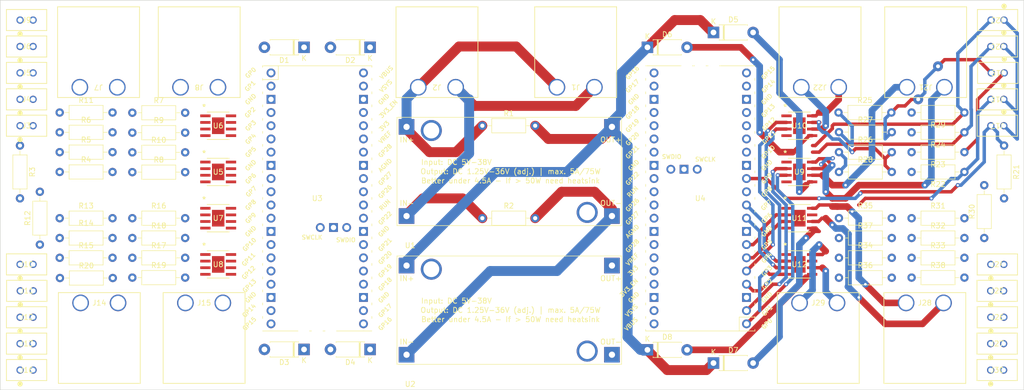
<source format=kicad_pcb>
(kicad_pcb (version 20211014) (generator pcbnew)
  (layers (0 "F.Cu" signal) (31 "B.Cu" signal) (34 "B.Paste" user) (35 "F.Paste" user) (36 "B.SilkS" user "B.Silkscreen") (37 "F.SilkS" user "F.Silkscreen") (38 "B.Mask" user) (39 "F.Mask" user) (44 "Edge.Cuts" user))
  (net 0 "")
  (net 1 "Net-(J1-Pad2)")
  (net 2 "Net-(J1-Pad1)")
  (net 3 "/Leg Back Left/12V")
  (net 4 "/Leg Back Right/GND12V")
  (net 5 "/Left Controller /3V3")
  (net 6 "/Left Controller /GND3V3")
  (net 7 "/Left Controller /FL_F_IN1")
  (net 8 "/Left Controller /FL_F_IN2")
  (net 11 "/Left Controller /FL_K_IN1")
  (net 12 "/Leg Back Right/BR_F_IN1")
  (net 13 "/Leg Back Right/BR_F_IN2")
  (net 15 "/Leg Back Right/BR_K_IN1")
  (net 16 "/Leg Back Right/BR_K_IN2")
  (net 17 "/Left Controller /FL_K_IN2")
  (net 18 "/Left Controller /BL_F_IN1")
  (net 20 "/Left Controller /BL_F_IN2")
  (net 22 "/Leg Back Right/BR_F_EA")
  (net 23 "/Leg Back Right/BR_F_EB")
  (net 25 "/Leg Back Right/BR_K_EA")
  (net 26 "/Leg Back Right/BR_K_EB")
  (net 42 "/Leg Back Right/BR_F_VREF")
  (net 45 "Net-(D5-Pad2)")
  (net 46 "/Left Controller /BL_K_IN1")
  (net 47 "/Left Controller /BL_K_IN2")
  (net 48 "/Left Controller /FL_F_EA")
  (net 49 "Net-(D4-Pad2)")
  (net 50 "Net-(J8-Pad2)")
  (net 51 "/Left Controller /FL_F_EB")
  (net 52 "Net-(J8-Pad1)")
  (net 53 "Net-(J5-Pad1)")
  (net 55 "/Left Controller /FL_K_EA")
  (net 56 "/Left Controller /FL_K_EB")
  (net 57 "/Left Controller /BL_F_EA")
  (net 58 "/Left Controller /BL_F_EB")
  (net 60 "/Left Controller /BL_K_EA")
  (net 61 "/Left Controller /BL_K_EB")
  (net 77 "/Left Controller /3V3_VREF")
  (net 80 "/Leg Front Right/FR_F_IN1")
  (net 81 "/Leg Front Right/FR_F_IN2")
  (net 82 "/Leg Front Right/FR_K_IN1")
  (net 83 "/Leg Front Right/FR_K_IN2")
  (net 84 "/Leg Front Right/FR_F_EA")
  (net 85 "/Leg Front Right/FR_F_EB")
  (net 86 "/Leg Front Right/FR_K_EA")
  (net 87 "/Leg Front Right/FR_K_EB")
  (net 88 "Net-(D6-Pad2)")
  (net 89 "Net-(J22-Pad2)")
  (net 90 "Net-(R26-Pad2)")
  (net 91 "Net-(J22-Pad1)")
  (net 92 "Net-(D1-Pad2)")
  (net 93 "Net-(J7-Pad2)")
  (net 94 "Net-(R7-Pad1)")
  (net 95 "Net-(J7-Pad1)")
  (net 96 "Net-(D2-Pad2)")
  (net 97 "Net-(R10-Pad2)")
  (net 98 "Net-(D3-Pad2)")
  (net 99 "Net-(J14-Pad2)")
  (net 100 "Net-(R16-Pad1)")
  (net 101 "Net-(J14-Pad1)")
  (net 102 "Net-(J15-Pad2)")
  (net 103 "Net-(R17-Pad2)")
  (net 104 "Net-(J15-Pad1)")
  (net 105 "Net-(J21-Pad2)")
  (net 106 "Net-(R25-Pad1)")
  (net 107 "Net-(J21-Pad1)")
  (net 108 "Net-(D7-Pad2)")
  (net 109 "Net-(J28-Pad2)")
  (net 110 "Net-(R34-Pad1)")
  (net 111 "Net-(J28-Pad1)")
  (net 112 "Net-(D8-Pad2)")
  (net 113 "Net-(J29-Pad2)")
  (net 114 "Net-(R35-Pad2)")
  (net 115 "Net-(J29-Pad1)")
  (net 116 "Net-(J26-Pad1)")
  (net 117 "Net-(R14-Pad1)")
  (net 118 "Net-(R23-Pad1)")
  (footprint "Diode_THT:D_DO-41_SOD81_P7.62mm_Horizontal" (layer "F.Cu") (at 168.91 39.21)
    (fp_text reference "D5")
    (fp_text value "1N4001")
  )
  (footprint "quadruped-lib-footprints:CONN_B2B-EH-A LFSN_JST" (layer "F.Cu") (at 35.56 93.98)
    (fp_text reference "J12")
    (fp_text value "B2B-EH-A")
  )
  (footprint "Resistor_THT:R_Axial_DIN0207_L6.3mm_D2.5mm_P10.16mm_Horizontal" (layer "F.Cu") (at 224.79 60.96 -90)
    (fp_text reference "R21")
    (fp_text value "5K")
  )
  (footprint "quadruped-lib-footprints:CONN_XT60PW-F_AMA" (layer "F.Cu") (at 213.3151 49.747999 180)
    (fp_text reference "J21")
    (fp_text value "XT60PW-F")
  )
  (footprint "quadruped-lib-footprints:RPi_PicoW_SMD_TH" (layer "F.Cu") (at 92.71 71.12)
    (fp_text reference "U3")
    (fp_text value "SC0915-pico-w-board")
  )
  (footprint "quadruped-lib-footprints:CONN_B2B-EH-A LFSN_JST" (layer "F.Cu") (at 35.56 46.99)
    (fp_text reference "J5")
    (fp_text value "B2B-EH-A")
  )
  (footprint "quadruped-lib-footprints:P-HSOP8-0405-1.27-002_TOS" (layer "F.Cu") (at 185.42 83.82)
    (fp_text reference "U12")
    (fp_text value "TB67H450AFNG_EL")
  )
  (footprint "Resistor_THT:R_Axial_DIN0207_L6.3mm_D2.5mm_P10.16mm_Horizontal" (layer "F.Cu") (at 57.15 74.93)
    (fp_text reference "R16")
    (fp_text value "R1")
  )
  (footprint "Resistor_THT:R_Axial_DIN0207_L6.3mm_D2.5mm_P10.16mm_Horizontal" (layer "F.Cu") (at 193.04 58.38)
    (fp_text reference "R27")
    (fp_text value "R1")
  )
  (footprint "quadruped-lib-footprints:CONN_B2B-EH-A LFSN_JST" (layer "F.Cu") (at 224.83 46.99 180)
    (fp_text reference "J19")
    (fp_text value "B2B-EH-A")
  )
  (footprint "quadruped-lib-footprints:CONN_XT60PW-F_AMA" (layer "F.Cu") (at 54.2551 49.747999 180)
    (fp_text reference "J7")
    (fp_text value "XT60PW-F")
  )
  (footprint "Resistor_THT:R_Axial_DIN0207_L6.3mm_D2.5mm_P10.16mm_Horizontal" (layer "F.Cu") (at 217.17 54.61 180)
    (fp_text reference "R29")
    (fp_text value "5K")
  )
  (footprint "Resistor_THT:R_Axial_DIN0207_L6.3mm_D2.5mm_P10.16mm_Horizontal" (layer "F.Cu") (at 43.18 66.04)
    (fp_text reference "R4")
    (fp_text value "5K")
  )
  (footprint "Resistor_THT:R_Axial_DIN0207_L6.3mm_D2.5mm_P10.16mm_Horizontal" (layer "F.Cu") (at 57.15 54.65)
    (fp_text reference "R7")
    (fp_text value "R1")
  )
  (footprint "Resistor_THT:R_Axial_DIN0207_L6.3mm_D2.5mm_P10.16mm_Horizontal" (layer "F.Cu") (at 207.01 82.55)
    (fp_text reference "R33")
    (fp_text value "5K")
  )
  (footprint "Resistor_THT:R_Axial_DIN0207_L6.3mm_D2.5mm_P10.16mm_Horizontal" (layer "F.Cu") (at 57.15 66.08)
    (fp_text reference "R8")
    (fp_text value "R1")
  )
  (footprint "quadruped-lib-footprints:CONN_XT60PW-F_AMA" (layer "F.Cu") (at 119.3351 49.747999 180)
    (fp_text reference "J2")
    (fp_text value "XT60PW-F")
  )
  (footprint "Resistor_THT:R_Axial_DIN0207_L6.3mm_D2.5mm_P10.16mm_Horizontal" (layer "F.Cu") (at 57.15 78.74)
    (fp_text reference "R18")
    (fp_text value "R1")
  )
  (footprint "quadruped-lib-footprints:CONN_B2B-EH-A LFSN_JST" (layer "F.Cu") (at 35.56 36.83)
    (fp_text reference "J9")
    (fp_text value "B2B-EH-A")
  )
  (footprint "Diode_THT:D_DO-41_SOD81_P7.62mm_Horizontal" (layer "F.Cu") (at 90.17 42.07 180)
    (fp_text reference "D1")
    (fp_text value "1N4001")
  )
  (footprint "quadruped-lib-footprints:CONN_XT60PW-F_AMA" (layer "F.Cu") (at 192.9951 49.747999 180)
    (fp_text reference "J22")
    (fp_text value "XT60PW-F")
  )
  (footprint "Diode_THT:D_DO-41_SOD81_P7.62mm_Horizontal" (layer "F.Cu") (at 102.87 42.07 180)
    (fp_text reference "D2")
    (fp_text value "1N4001")
  )
  (footprint "quadruped-lib-footprints:CONN_B2B-EH-A LFSN_JST" (layer "F.Cu") (at 222.21 99.06)
    (fp_text reference "J27")
    (fp_text value "B2B-EH-A")
  )
  (footprint "Diode_THT:D_DO-41_SOD81_P7.62mm_Horizontal" (layer "F.Cu") (at 90.17 100.17 180)
    (fp_text reference "D3")
    (fp_text value "1N4001")
  )
  (footprint "quadruped-lib-footprints:CONN_B2B-EH-A LFSN_JST" (layer "F.Cu") (at 35.56 104.14)
    (fp_text reference "J16")
    (fp_text value "B2B-EH-A")
  )
  (footprint "quadruped-lib-footprints:P-HSOP8-0405-1.27-002_TOS" (layer "F.Cu") (at 185.42 74.93)
    (fp_text reference "U11")
    (fp_text value "TB67H450AFNG_EL")
  )
  (footprint "Resistor_THT:R_Axial_DIN0207_L6.3mm_D2.5mm_P10.16mm_Horizontal" (layer "F.Cu") (at 207.01 86.36)
    (fp_text reference "R38")
    (fp_text value "5K")
  )
  (footprint "quadruped-lib-footprints:P-HSOP8-0405-1.27-002_TOS" (layer "F.Cu") (at 73.66 66.04)
    (fp_text reference "U5")
    (fp_text value "TB67H450AFNG_EL")
  )
  (footprint "Resistor_THT:R_Axial_DIN0207_L6.3mm_D2.5mm_P10.16mm_Horizontal" (layer "F.Cu") (at 43.18 74.93)
    (fp_text reference "R13")
    (fp_text value "5K")
  )
  (footprint "quadruped-lib-footprints:RPi_PicoW_SMD_TH" (layer "F.Cu") (at 166.37 71.12 180)
    (fp_text reference "U4")
    (fp_text value "SC0915-pico-w-board")
  )
  (footprint "Diode_THT:D_DO-41_SOD81_P7.62mm_Horizontal" (layer "F.Cu") (at 102.87 100.17 180)
    (fp_text reference "D4")
    (fp_text value "1N4001")
  )
  (footprint "Resistor_THT:R_Axial_DIN0207_L6.3mm_D2.5mm_P10.16mm_Horizontal" (layer "F.Cu") (at 39.37 80.01 90)
    (fp_text reference "R12")
    (fp_text value "5K")
  )
  (footprint "Resistor_THT:R_Axial_DIN0207_L6.3mm_D2.5mm_P10.16mm_Horizontal" (layer "F.Cu") (at 124.46 57.15)
    (fp_text reference "R1")
    (fp_text value "R1")
  )
  (footprint "quadruped-lib-footprints:P-HSOP8-0405-1.27-002_TOS" (layer "F.Cu") (at 185.42 66.04)
    (fp_text reference "U9")
    (fp_text value "TB67H450AFNG_EL")
  )
  (footprint "quadruped-lib-footprints:XL4005_DC-DC" (layer "F.Cu") (at 108.045 103.029)
    (fp_text reference "U2")
    (fp_text value "XL4005")
  )
  (footprint "quadruped-lib-footprints:P-HSOP8-0405-1.27-002_TOS" (layer "F.Cu") (at 73.66 74.93)
    (fp_text reference "U7")
    (fp_text value "TB67H450AFNG_EL")
  )
  (footprint "Resistor_THT:R_Axial_DIN0207_L6.3mm_D2.5mm_P10.16mm_Horizontal" (layer "F.Cu") (at 57.15 62.27)
    (fp_text reference "R10")
    (fp_text value "R1")
  )
  (footprint "Resistor_THT:R_Axial_DIN0207_L6.3mm_D2.5mm_P10.16mm_Horizontal" (layer "F.Cu") (at 217.17 66.04 180)
    (fp_text reference "R22")
    (fp_text value "5K")
  )
  (footprint "Resistor_THT:R_Axial_DIN0207_L6.3mm_D2.5mm_P10.16mm_Horizontal" (layer "F.Cu") (at 193.04 82.55)
    (fp_text reference "R34")
    (fp_text value "R1")
  )
  (footprint "quadruped-lib-footprints:CONN_B2B-EH-A LFSN_JST" (layer "F.Cu") (at 35.56 83.81)
    (fp_text reference "J10")
    (fp_text value "B2B-EH-A")
  )
  (footprint "Resistor_THT:R_Axial_DIN0207_L6.3mm_D2.5mm_P10.16mm_Horizontal" (layer "F.Cu") (at 43.18 58.42)
    (fp_text reference "R6")
    (fp_text value "5K")
  )
  (footprint "Resistor_THT:R_Axial_DIN0207_L6.3mm_D2.5mm_P10.16mm_Horizontal" (layer "F.Cu") (at 217.17 58.42 180)
    (fp_text reference "R24")
    (fp_text value "5K")
  )
  (footprint "Resistor_THT:R_Axial_DIN0207_L6.3mm_D2.5mm_P10.16mm_Horizontal" (layer "F.Cu") (at 57.15 82.55)
    (fp_text reference "R17")
    (fp_text value "R1")
  )
  (footprint "Resistor_THT:R_Axial_DIN0207_L6.3mm_D2.5mm_P10.16mm_Horizontal" (layer "F.Cu") (at 207.01 74.93)
    (fp_text reference "R31")
    (fp_text value "5K")
  )
  (footprint "quadruped-lib-footprints:CONN_B2B-EH-A LFSN_JST" (layer "F.Cu") (at 222.21 88.9)
    (fp_text reference "J25")
    (fp_text value "B2B-EH-A")
  )
  (footprint "Resistor_THT:R_Axial_DIN0207_L6.3mm_D2.5mm_P10.16mm_Horizontal" (layer "F.Cu") (at 192.955 54.61)
    (fp_text reference "R25")
    (fp_text value "R1")
  )
  (footprint "Resistor_THT:R_Axial_DIN0207_L6.3mm_D2.5mm_P10.16mm_Horizontal" (layer "F.Cu") (at 43.2249 86.436001)
    (fp_text reference "R20")
    (fp_text value "5K")
  )
  (footprint "Resistor_THT:R_Axial_DIN0207_L6.3mm_D2.5mm_P10.16mm_Horizontal" (layer "F.Cu") (at 193.04 62.23)
    (fp_text reference "R26")
    (fp_text value "R1")
  )
  (footprint "Resistor_THT:R_Axial_DIN0207_L6.3mm_D2.5mm_P10.16mm_Horizontal" (layer "F.Cu") (at 43.18 78.74)
    (fp_text reference "R14")
    (fp_text value "150R")
  )
  (footprint "quadruped-lib-footprints:CONN_XT60PW-F_AMA" (layer "F.Cu") (at 73.6151 49.747999 180)
    (fp_text reference "J8")
    (fp_text value "XT60PW-F")
  )
  (footprint "Diode_THT:D_DO-41_SOD81_P7.62mm_Horizontal" (layer "F.Cu") (at 156.21 42.07)
    (fp_text reference "D6")
    (fp_text value "1N4001")
  )
  (footprint "Resistor_THT:R_Axial_DIN0207_L6.3mm_D2.5mm_P10.16mm_Horizontal" (layer "F.Cu") (at 57.15 86.36)
    (fp_text reference "R19")
    (fp_text value "R1")
  )
  (footprint "quadruped-lib-footprints:CONN_B2B-EH-A LFSN_JST" (layer "F.Cu") (at 224.79 36.83 180)
    (fp_text reference "J23")
    (fp_text value "B2B-EH-A")
  )
  (footprint "quadruped-lib-footprints:CONN_B2B-EH-A LFSN_JST" (layer "F.Cu") (at 35.56 41.91)
    (fp_text reference "J6")
    (fp_text value "B2B-EH-A")
  )
  (footprint "Resistor_THT:R_Axial_DIN0207_L6.3mm_D2.5mm_P10.16mm_Horizontal" (layer "F.Cu") (at 193.04 74.91)
    (fp_text reference "R35")
    (fp_text value "R1")
  )
  (footprint "quadruped-lib-footprints:CONN_B2B-EH-A LFSN_JST" (layer "F.Cu") (at 35.56 57.15)
    (fp_text reference "J3")
    (fp_text value "B2B-EH-A")
  )
  (footprint "Resistor_THT:R_Axial_DIN0207_L6.3mm_D2.5mm_P10.16mm_Horizontal" (layer "F.Cu") (at 124.46 74.93)
    (fp_text reference "R2")
    (fp_text value "R1")
  )
  (footprint "Resistor_THT:R_Axial_DIN0207_L6.3mm_D2.5mm_P10.16mm_Horizontal" (layer "F.Cu") (at 43.18 54.61)
    (fp_text reference "R11")
    (fp_text value "5K")
  )
  (footprint "quadruped-lib-footprints:CONN_XT60PW-F_AMA" (layer "F.Cu") (at 185.4649 91.222001)
    (fp_text reference "J29")
    (fp_text value "XT60PW-F")
  )
  (footprint "quadruped-lib-footprints:CONN_B2B-EH-A LFSN_JST" (layer "F.Cu") (at 224.75 57.15 180)
    (fp_text reference "J17")
    (fp_text value "B2B-EH-A")
  )
  (footprint "quadruped-lib-footprints:CONN_B2B-EH-A LFSN_JST" (layer "F.Cu") (at 224.75 41.91 180)
    (fp_text reference "J20")
    (fp_text value "B2B-EH-A")
  )
  (footprint "quadruped-lib-footprints:XL4005_DC-DC" (layer "F.Cu") (at 108.045 76.359)
    (fp_text reference "U1")
    (fp_text value "XL4005")
  )
  (footprint "quadruped-lib-footprints:P-HSOP8-0405-1.27-002_TOS" (layer "F.Cu") (at 73.66 83.82)
    (fp_text reference "U8")
    (fp_text value "TB67H450AFNG_EL")
  )
  (footprint "quadruped-lib-footprints:CONN_XT60PW-F_AMA" (layer "F.Cu") (at 47.2 91.222001)
    (fp_text reference "J14")
    (fp_text value "XT60PW-F")
  )
  (footprint "quadruped-lib-footprints:CONN_B2B-EH-A LFSN_JST" (layer "F.Cu") (at 35.6 88.9)
    (fp_text reference "J11")
    (fp_text value "B2B-EH-A")
  )
  (footprint "Resistor_THT:R_Axial_DIN0207_L6.3mm_D2.5mm_P10.16mm_Horizontal" (layer "F.Cu") (at 193.04 78.74)
    (fp_text reference "R37")
    (fp_text value "R1")
  )
  (footprint "Resistor_THT:R_Axial_DIN0207_L6.3mm_D2.5mm_P10.16mm_Horizontal" (layer "F.Cu") (at 220.98 78.74 90)
    (fp_text reference "R30")
    (fp_text value "5K")
  )
  (footprint "Resistor_THT:R_Axial_DIN0207_L6.3mm_D2.5mm_P10.16mm_Horizontal" (layer "F.Cu") (at 217.17 62.23 180)
    (fp_text reference "R23")
    (fp_text value "150R")
  )
  (footprint "Resistor_THT:R_Axial_DIN0207_L6.3mm_D2.5mm_P10.16mm_Horizontal" (layer "F.Cu") (at 43.18 82.55)
    (fp_text reference "R15")
    (fp_text value "5K")
  )
  (footprint "quadruped-lib-footprints:CONN_B2B-EH-A LFSN_JST" (layer "F.Cu") (at 35.56 52.07)
    (fp_text reference "J4")
    (fp_text value "B2B-EH-A")
  )
  (footprint "Diode_THT:D_DO-41_SOD81_P7.62mm_Horizontal" (layer "F.Cu") (at 168.91 102.79)
    (fp_text reference "D7")
    (fp_text value "1N4001")
  )
  (footprint "quadruped-lib-footprints:CONN_XT60PW-F_AMA" (layer "F.Cu") (at 67.3549 91.222001)
    (fp_text reference "J15")
    (fp_text value "XT60PW-F")
  )
  (footprint "Diode_THT:D_DO-41_SOD81_P7.62mm_Horizontal" (layer "F.Cu") (at 156.21 100.25)
    (fp_text reference "D8")
    (fp_text value "1N4001")
  )
  (footprint "Resistor_THT:R_Axial_DIN0207_L6.3mm_D2.5mm_P10.16mm_Horizontal" (layer "F.Cu") (at 57.15 58.48)
    (fp_text reference "R9")
    (fp_text value "R1")
  )
  (footprint "quadruped-lib-footprints:CONN_B2B-EH-A LFSN_JST" (layer "F.Cu") (at 222.21 104.14)
    (fp_text reference "J30")
    (fp_text value "B2B-EH-A")
  )
  (footprint "quadruped-lib-footprints:CONN_B2B-EH-A LFSN_JST" (layer "F.Cu") (at 224.75 52.07 180)
    (fp_text reference "J18")
    (fp_text value "B2B-EH-A")
  )
  (footprint "quadruped-lib-footprints:CONN_B2B-EH-A LFSN_JST" (layer "F.Cu") (at 35.56 99.06)
    (fp_text reference "J13")
    (fp_text value "B2B-EH-A")
  )
  (footprint "quadruped-lib-footprints:CONN_XT60PW-F_AMA" (layer "F.Cu") (at 146.0051 49.747999 180)
    (fp_text reference "J1")
    (fp_text value "XT60PW-F")
  )
  (footprint "Resistor_THT:R_Axial_DIN0207_L6.3mm_D2.5mm_P10.16mm_Horizontal" (layer "F.Cu") (at 193.04 86.38)
    (fp_text reference "R36")
    (fp_text value "R1")
  )
  (footprint "Resistor_THT:R_Axial_DIN0207_L6.3mm_D2.5mm_P10.16mm_Horizontal" (layer "F.Cu") (at 43.18 62.23)
    (fp_text reference "R5")
    (fp_text value "150R")
  )
  (footprint "Resistor_THT:R_Axial_DIN0207_L6.3mm_D2.5mm_P10.16mm_Horizontal" (layer "F.Cu") (at 35.54 60.96 -90)
    (fp_text reference "R3")
    (fp_text value "5K")
  )
  (footprint "Resistor_THT:R_Axial_DIN0207_L6.3mm_D2.5mm_P10.16mm_Horizontal" (layer "F.Cu") (at 207.01 78.74)
    (fp_text reference "R32")
    (fp_text value "150R")
  )
  (footprint "quadruped-lib-footprints:P-HSOP8-0405-1.27-002_TOS" (layer "F.Cu") (at 73.66 57.15)
    (fp_text reference "U6")
    (fp_text value "TB67H450AFNG_EL")
  )
  (footprint "Resistor_THT:R_Axial_DIN0207_L6.3mm_D2.5mm_P10.16mm_Horizontal" (layer "F.Cu") (at 193.04 66.04)
    (fp_text reference "R28")
    (fp_text value "R1")
  )
  (footprint "quadruped-lib-footprints:CONN_B2B-EH-A LFSN_JST" (layer "F.Cu") (at 222.25 93.98)
    (fp_text reference "J26")
    (fp_text value "B2B-EH-A")
  )
  (footprint "quadruped-lib-footprints:CONN_B2B-EH-A LFSN_JST" (layer "F.Cu") (at 222.25 83.82)
    (fp_text reference "J24")
    (fp_text value "B2B-EH-A")
  )
  (footprint "quadruped-lib-footprints:P-HSOP8-0405-1.27-002_TOS" (layer "F.Cu") (at 185.42 57.15)
    (fp_text reference "U10")
    (fp_text value "TB67H450AFNG_EL")
  )
  (footprint "quadruped-lib-footprints:CONN_XT60PW-F_AMA" (layer "F.Cu") (at 205.95 91.222001)
    (fp_text reference "J28")
    (fp_text value "XT60PW-F")
  )
  (gr_rect (start 31.75 33.02) (end 228.6 107.95) (layer "Edge.Cuts") (width 0.1) (fill none))
  (segment (start 112.135099 49.747999) (end 119.973098 41.91) (width 1.905) (layer "F.Cu") (net 1))
  (segment (start 119.38 62.23) (end 114.3 62.23) (width 1.905) (layer "F.Cu") (net 1))
  (segment (start 124.46 57.15) (end 119.38 62.23) (width 1.905) (layer "F.Cu") (net 1))
  (segment (start 130.9671 41.91) (end 138.805099 49.747999) (width 1.905) (layer "F.Cu") (net 1))
  (segment (start 109.8865 57.8165) (end 109.8865 57.3725) (width 1.905) (layer "F.Cu") (net 1))
  (segment (start 119.973098 41.91) (end 130.9671 41.91) (width 1.905) (layer "F.Cu") (net 1))
  (segment (start 114.3 62.23) (end 109.8865 57.8165) (width 1.905) (layer "F.Cu") (net 1))
  (segment (start 109.8865 51.996598) (end 112.135099 49.747999) (width 1.905) (layer "B.Cu") (net 1))
  (segment (start 109.8865 57.3725) (end 109.8865 51.996598) (width 1.905) (layer "B.Cu") (net 1))
  (segment (start 142.413099 53.34) (end 122.927101 53.34) (width 1.905) (layer "F.Cu") (net 2))
  (segment (start 109.8865 74.2635) (end 109.8865 74.5175) (width 1.905) (layer "F.Cu") (net 2))
  (segment (start 124.46 74.93) (end 120.65 71.12) (width 1.905) (layer "F.Cu") (net 2))
  (segment (start 113.03 71.12) (end 109.8865 74.2635) (width 1.905) (layer "F.Cu") (net 2))
  (segment (start 122.927101 53.34) (end 119.3351 49.747999) (width 1.905) (layer "F.Cu") (net 2))
  (segment (start 120.65 71.12) (end 113.03 71.12) (width 1.905) (layer "F.Cu") (net 2))
  (segment (start 146.0051 49.747999) (end 142.413099 53.34) (width 1.905) (layer "F.Cu") (net 2))
  (segment (start 119.3351 49.747999) (end 121.657101 52.07) (width 1.905) (layer "B.Cu") (net 2))
  (segment (start 121.92 52.07) (end 121.92 62.484) (width 1.905) (layer "B.Cu") (net 2))
  (segment (start 121.92 62.484) (end 109.8865 74.5175) (width 1.905) (layer "B.Cu") (net 2))
  (segment (start 121.657101 52.07) (end 121.92 52.07) (width 1.905) (layer "B.Cu") (net 2))
  (segment (start 149.3835 57.6265) (end 149.3835 57.3725) (width 1.905) (layer "F.Cu") (net 3))
  (segment (start 161.45 36.83) (end 156.21 42.07) (width 1.905) (layer "F.Cu") (net 3))
  (segment (start 156.21 100.25) (end 156.21 100.33) (width 1.905) (layer "F.Cu") (net 3))
  (segment (start 167.56 104.14) (end 168.91 102.79) (width 1.905) (layer "F.Cu") (net 3))
  (segment (start 168.91 39.21) (end 168.75 39.21) (width 1.905) (layer "F.Cu") (net 3))
  (segment (start 134.62 57.15) (end 137.16 59.69) (width 1.905) (layer "F.Cu") (net 3))
  (segment (start 168.75 39.21) (end 166.37 36.83) (width 1.905) (layer "F.Cu") (net 3))
  (segment (start 166.37 36.83) (end 161.45 36.83) (width 1.905) (layer "F.Cu") (net 3))
  (segment (start 156.21 100.33) (end 160.02 104.14) (width 1.905) (layer "F.Cu") (net 3))
  (segment (start 160.02 104.14) (end 167.56 104.14) (width 1.905) (layer "F.Cu") (net 3))
  (segment (start 147.32 59.69) (end 149.3835 57.6265) (width 1.905) (layer "F.Cu") (net 3))
  (segment (start 137.16 59.69) (end 147.32 59.69) (width 1.905) (layer "F.Cu") (net 3))
  (segment (start 109.8865 83.1535) (end 127 66.04) (width 1.905) (layer "B.Cu") (net 3))
  (segment (start 151.13 54.61) (end 151.13 47.15) (width 1.905) (layer "B.Cu") (net 3))
  (segment (start 140.716 66.04) (end 149.3835 57.3725) (width 1.905) (layer "B.Cu") (net 3))
  (segment (start 152.4 97.79) (end 152.4 60.96) (width 1.905) (layer "B.Cu") (net 3))
  (segment (start 154.86 100.25) (end 152.4 97.79) (width 1.905) (layer "B.Cu") (net 3))
  (segment (start 127 66.04) (end 140.716 66.04) (width 1.905) (layer "B.Cu") (net 3))
  (segment (start 149.3835 56.3565) (end 151.13 54.61) (width 1.905) (layer "B.Cu") (net 3))
  (segment (start 151.13 47.15) (end 156.21 42.07) (width 1.905) (layer "B.Cu") (net 3))
  (segment (start 149.3835 57.3725) (end 149.3835 57.9435) (width 1.905) (layer "B.Cu") (net 3))
  (segment (start 149.3835 57.3725) (end 149.3835 56.3565) (width 1.905) (layer "B.Cu") (net 3))
  (segment (start 109.8865 84.0425) (end 109.8865 83.1535) (width 1.905) (layer "B.Cu") (net 3))
  (segment (start 156.21 100.25) (end 154.86 100.25) (width 1.905) (layer "B.Cu") (net 3))
  (segment (start 149.3835 57.9435) (end 152.4 60.96) (width 1.905) (layer "B.Cu") (net 3))
  (segment (start 208.28 52.07) (end 207.01 52.07) (width 0.6604) (layer "F.Cu") (net 4))
  (segment (start 139.7 69.85) (end 146.05 69.85) (width 1.905) (layer "F.Cu") (net 4))
  (segment (start 207.01 52.07) (end 205.74 53.34) (width 0.6604) (layer "F.Cu") (net 4))
  (segment (start 204.385 53.34) (end 203.115 54.61) (width 0.6604) (layer "F.Cu") (net 4))
  (segment (start 149.3835 73.1835) (end 149.3835 74.5175) (width 1.905) (layer "F.Cu") (net 4))
  (segment (start 222.33 46.99) (end 219.79 44.45) (width 0.6604) (layer "F.Cu") (net 4))
  (segment (start 213.36 44.45) (end 212.09 45.72) (width 0.6604) (layer "F.Cu") (net 4))
  (segment (start 134.62 74.93) (end 139.7 69.85) (width 1.905) (layer "F.Cu") (net 4))
  (segment (start 146.05 69.85) (end 149.3835 73.1835) (width 1.905) (layer "F.Cu") (net 4))
  (segment (start 205.74 53.34) (end 204.385 53.34) (width 0.6604) (layer "F.Cu") (net 4))
  (segment (start 219.79 44.45) (end 213.36 44.45) (width 0.6604) (layer "F.Cu") (net 4))
  (via (at 212.09 45.72) (size 1.905) (drill 0.75) (layers "F.Cu" "B.Cu") (net 4))
  (via (at 208.28 52.07) (size 1.905) (drill 0.75) (layers "F.Cu" "B.Cu") (net 4))
  (segment (start 138.811 85.09) (end 125.984 85.09) (width 1.905) (layer "B.Cu") (net 4))
  (segment (start 194.31 64.77) (end 193.04 66.04) (width 0.6604) (layer "B.Cu") (net 4))
  (segment (start 201.97 57.15) (end 201.93 57.15) (width 0.6604) (layer "B.Cu") (net 4))
  (segment (start 194.31 63.5) (end 194.31 64.77) (width 0.6604) (layer "B.Cu") (net 4))
  (segment (start 203.2 58.38) (end 201.93 59.65) (width 0.6604) (layer "B.Cu") (net 4))
  (segment (start 193.04 62.23) (end 194.31 63.5) (width 0.6604) (layer "B.Cu") (net 4))
  (segment (start 125.984 85.09) (end 109.8865 101.1875) (width 1.905) (layer "B.Cu") (net 4))
  (segment (start 212.09 45.72) (end 209.55 48.26) (width 0.6604) (layer "B.Cu") (net 4))
  (segment (start 201.93 55.795) (end 203.115 54.61) (width 0.6604) (layer "B.Cu") (net 4))
  (segment (start 209.55 48.26) (end 209.55 50.8) (width 0.6604) (layer "B.Cu") (net 4))
  (segment (start 209.55 50.8) (end 208.28 52.07) (width 0.6604) (layer "B.Cu") (net 4))
  (segment (start 201.93 59.65) (end 201.93 57.15) (width 0.6604) (layer "B.Cu") (net 4))
  (segment (start 201.93 57.15) (end 201.93 55.795) (width 0.6604) (layer "B.Cu") (net 4))
  (segment (start 149.3835 74.5175) (end 138.811 85.09) (width 1.905) (layer "B.Cu") (net 4))
  (segment (start 224.75 41.91) (end 227.29 44.45) (width 0.6604) (layer "B.Cu") (net 5))
  (segment (start 227.33 39.37) (end 224.79 36.83) (width 0.6604) (layer "B.Cu") (net 5))
  (segment (start 227.33 54.61) (end 227.33 44.45) (width 0.6604) (layer "B.Cu") (net 5))
  (segment (start 227.29 59.69) (end 227.33 59.69) (width 0.6604) (layer "B.Cu") (net 5))
  (segment (start 224.75 57.15) (end 227.29 59.69) (width 0.6604) (layer "B.Cu") (net 5))
  (segment (start 227.29 44.45) (end 227.33 44.45) (width 0.6604) (layer "B.Cu") (net 5))
  (segment (start 227.33 59.69) (end 227.33 54.61) (width 0.6604) (layer "B.Cu") (net 5))
  (segment (start 227.33 44.45) (end 227.33 39.37) (width 0.6604) (layer "B.Cu") (net 5))
  (segment (start 224.75 52.07) (end 227.29 54.61) (width 0.6604) (layer "B.Cu") (net 5))
  (segment (start 227.29 54.61) (end 227.33 54.61) (width 0.6604) (layer "B.Cu") (net 5))
  (segment (start 176.53 82.55) (end 179.07 80.01) (width 0.6604) (layer "F.Cu") (net 12))
  (segment (start 179.07 78.4035) (end 181.9085 75.565) (width 0.6604) (layer "F.Cu") (net 12))
  (segment (start 179.07 80.01) (end 179.07 78.4035) (width 0.6604) (layer "F.Cu") (net 12))
  (segment (start 175.26 82.55) (end 176.53 82.55) (width 0.6604) (layer "F.Cu") (net 12))
  (segment (start 181.9085 75.565) (end 182.9562 75.565) (width 0.6604) (layer "F.Cu") (net 12))
  (segment (start 177.8 77.47) (end 177.8 78.74) (width 0.6604) (layer "F.Cu") (net 13))
  (segment (start 176.53 80.01) (end 175.26 80.01) (width 0.6604) (layer "F.Cu") (net 13))
  (segment (start 177.8 78.74) (end 176.53 80.01) (width 0.6604) (layer "F.Cu") (net 13))
  (segment (start 182.9562 74.295) (end 180.975 74.295) (width 0.6604) (layer "F.Cu") (net 13))
  (segment (start 180.975 74.295) (end 177.8 77.47) (width 0.6604) (layer "F.Cu") (net 13))
  (segment (start 180.34 83.82) (end 180.317602 83.842398) (width 0.6604) (layer "F.Cu") (net 15))
  (segment (start 180.975 84.455) (end 180.34 83.82) (width 0.6604) (layer "F.Cu") (net 15))
  (segment (start 182.9562 84.455) (end 180.975 84.455) (width 0.6604) (layer "F.Cu") (net 15))
  (via (at 180.317602 83.842398) (size 0.8) (drill 0.4) (layers "F.Cu" "B.Cu") (net 15))
  (segment (start 177.8 77.47) (end 175.26 74.93) (width 0.6604) (layer "B.Cu") (net 15))
  (segment (start 177.8 81.324796) (end 177.8 77.47) (width 0.6604) (layer "B.Cu") (net 15))
  (segment (start 180.317602 83.842398) (end 177.8 81.324796) (width 0.6604) (layer "B.Cu") (net 15))
  (segment (start 182.9562 83.185) (end 180.975 83.185) (width 0.6604) (layer "F.Cu") (net 16))
  (segment (start 180.975 83.185) (end 180.34 82.55) (width 0.6604) (layer "F.Cu") (net 16))
  (via (at 180.34 82.55) (size 0.8) (drill 0.4) (layers "F.Cu" "B.Cu") (net 16))
  (segment (start 178.6604 75.7904) (end 175.26 72.39) (width 0.6604) (layer "B.Cu") (net 16))
  (segment (start 178.6604 80.8704) (end 178.6604 75.7904) (width 0.6604) (layer "B.Cu") (net 16))
  (segment (start 180.34 82.55) (end 178.6604 80.8704) (width 0.6604) (layer "B.Cu") (net 16))
  (segment (start 179.705 85.725) (end 179.07 85.09) (width 0.6604) (layer "F.Cu") (net 42))
  (segment (start 182.9562 85.725) (end 179.705 85.725) (width 0.6604) (layer "F.Cu") (net 42))
  (via (at 179.07 85.09) (size 0.8) (drill 0.4) (layers "F.Cu" "B.Cu") (net 42))
  (segment (start 177.8 86.36) (end 177.8 92.71) (width 0.6604) (layer "B.Cu") (net 42))
  (segment (start 179.07 85.09) (end 177.8 86.36) (width 0.6604) (layer "B.Cu") (net 42))
  (segment (start 187.325 67.945) (end 186.69 68.58) (width 0.6604) (layer "F.Cu") (net 45))
  (segment (start 185.42 69.85) (end 186.69 68.58) (width 1.27) (layer "F.Cu") (net 45))
  (segment (start 187.8838 67.945) (end 187.325 67.945) (width 0.6604) (layer "F.Cu") (net 45))
  (via (at 185.42 69.85) (size 1.27) (drill 0.5) (layers "F.Cu" "B.Cu") (net 45))
  (segment (start 176.53 39.37) (end 181.61 44.45) (width 1.27) (layer "B.Cu") (net 45))
  (segment (start 181.61 44.45) (end 181.61 50.8) (width 1.27) (layer "B.Cu") (net 45))
  (segment (start 181.61 50.8) (end 185.42 54.61) (width 1.27) (layer "B.Cu") (net 45))
  (segment (start 176.53 39.21) (end 176.53 39.37) (width 1.27) (layer "B.Cu") (net 45))
  (segment (start 185.42 54.61) (end 185.42 69.85) (width 1.27) (layer "B.Cu") (net 45))
  (segment (start 182.9562 66.675) (end 181.2697 66.675) (width 0.6604) (layer "F.Cu") (net 80))
  (segment (start 175.26 95.25) (end 182.88 87.63) (width 0.6604) (layer "F.Cu") (net 80))
  (via (at 181.2697 66.675) (size 0.8) (drill 0.4) (layers "F.Cu" "B.Cu") (net 80))
  (via (at 182.88 87.63) (size 0.8) (drill 0.4) (layers "F.Cu" "B.Cu") (net 80))
  (segment (start 181.2004 66.7443) (end 181.2697 66.675) (width 0.6604) (layer "B.Cu") (net 80))
  (segment (start 181.2004 69.4404) (end 181.2004 66.7443) (width 0.6604) (layer "B.Cu") (net 80))
  (segment (start 184.15 72.39) (end 181.2004 69.4404) (width 0.6604) (layer "B.Cu") (net 80))
  (segment (start 182.88 87.63) (end 184.15 86.36) (width 0.6604) (layer "B.Cu") (net 80))
  (segment (start 184.15 86.36) (end 184.15 72.39) (width 0.6604) (layer "B.Cu") (net 80))
  (segment (start 181.61 87.585204) (end 181.587602 87.607602) (width 0.6604) (layer "F.Cu") (net 81))
  (segment (start 180.34 87.63) (end 181.61 87.63) (width 0.6604) (layer "F.Cu") (net 81))
  (segment (start 180.975 65.405) (end 180.34 66.04) (width 0.6604) (layer "F.Cu") (net 81))
  (segment (start 175.26 92.71) (end 180.34 87.63) (width 0.6604) (layer "F.Cu") (net 81))
  (segment (start 181.61 87.63) (end 181.61 87.585204) (width 0.6604) (layer "F.Cu") (net 81))
  (segment (start 182.9562 65.405) (end 180.975 65.405) (width 0.6604) (layer "F.Cu") (net 81))
  (via (at 181.587602 87.607602) (size 0.8) (drill 0.4) (layers "F.Cu" "B.Cu") (net 81))
  (via (at 180.317602 66.017602) (size 0.8) (drill 0.4) (layers "F.Cu" "B.Cu") (net 81))
  (segment (start 180.34 69.85) (end 180.34 66.04) (width 0.6604) (layer "B.Cu") (net 81))
  (segment (start 181.587602 87.607602) (end 182.88 86.315204) (width 0.6604) (layer "B.Cu") (net 81))
  (segment (start 182.88 72.39) (end 180.34 69.85) (width 0.6604) (layer "B.Cu") (net 81))
  (segment (start 180.34 66.04) (end 180.317602 66.017602) (width 0.6604) (layer "B.Cu") (net 81))
  (segment (start 182.88 86.315204) (end 182.88 72.39) (width 0.6604) (layer "B.Cu") (net 81))
  (segment (start 179.07 87.63) (end 179.047602 87.607602) (width 0.6604) (layer "F.Cu") (net 82))
  (segment (start 175.26 87.63) (end 176.53 88.9) (width 0.6604) (layer "F.Cu") (net 82))
  (segment (start 177.8 88.9) (end 179.07 87.63) (width 0.6604) (layer "F.Cu") (net 82))
  (segment (start 180.34 58.42) (end 180.362398 58.442398) (width 0.6604) (layer "F.Cu") (net 82))
  (segment (start 176.53 88.9) (end 177.8 88.9) (width 0.6604) (layer "F.Cu") (net 82))
  (segment (start 180.975 57.785) (end 180.34 58.42) (width 0.6604) (layer "F.Cu") (net 82))
  (segment (start 182.9562 57.785) (end 180.975 57.785) (width 0.6604) (layer "F.Cu") (net 82))
  (via (at 179.047602 87.607602) (size 0.8) (drill 0.4) (layers "F.Cu" "B.Cu") (net 82))
  (via (at 180.362398 58.442398) (size 0.8) (drill 0.4) (layers "F.Cu" "B.Cu") (net 82))
  (segment (start 179.07 60.96) (end 179.07 69.85) (width 0.6604) (layer "B.Cu") (net 82))
  (segment (start 180.295204 86.36) (end 180.34 86.36) (width 0.6604) (layer "B.Cu") (net 82))
  (segment (start 180.34 58.464796) (end 180.34 59.69) (width 0.6604) (layer "B.Cu") (net 82))
  (segment (start 181.61 72.39) (end 179.07 69.85) (width 0.6604) (layer "B.Cu") (net 82))
  (segment (start 179.047602 87.607602) (end 180.295204 86.36) (width 0.6604) (layer "B.Cu") (net 82))
  (segment (start 181.61 85.09) (end 181.61 72.39) (width 0.6604) (layer "B.Cu") (net 82))
  (segment (start 180.34 59.69) (end 179.07 60.96) (width 0.6604) (layer "B.Cu") (net 82))
  (segment (start 180.34 86.36) (end 181.61 85.09) (width 0.6604) (layer "B.Cu") (net 82))
  (segment (start 180.362398 58.442398) (end 180.34 58.464796) (width 0.6604) (layer "B.Cu") (net 82))
  (segment (start 180.975 56.515) (end 182.9562 56.515) (width 0.6604) (layer "F.Cu") (net 83))
  (segment (start 175.26 85.09) (end 180.34 80.01) (width 0.6604) (layer "F.Cu") (net 83))
  (segment (start 179.378634 58.111366) (end 180.975 56.515) (width 0.6604) (layer "F.Cu") (net 83))
  (via (at 179.378634 58.111366) (size 0.8) (drill 0.4) (layers "F.Cu" "B.Cu") (net 83))
  (via (at 180.34 80.01) (size 0.8) (drill 0.4) (layers "F.Cu" "B.Cu") (net 83))
  (segment (start 179.07 59.69) (end 179.07 58.42) (width 0.6604) (layer "B.Cu") (net 83))
  (segment (start 177.8 69.85) (end 180.34 72.39) (width 0.6604) (layer "B.Cu") (net 83))
  (segment (start 177.8 60.96) (end 179.07 59.69) (width 0.6604) (layer "B.Cu") (net 83))
  (segment (start 180.34 72.39) (end 180.34 80.01) (width 0.6604) (layer "B.Cu") (net 83))
  (segment (start 179.07 58.42) (end 179.378634 58.111366) (width 0.6604) (layer "B.Cu") (net 83))
  (segment (start 177.8 60.96) (end 177.8 69.85) (width 0.6604) (layer "B.Cu") (net 83))
  (segment (start 198.12 71.12) (end 196.85 72.39) (width 0.6604) (layer "F.Cu") (net 84))
  (segment (start 210.82 71.12) (end 198.12 71.12) (width 0.6604) (layer "F.Cu") (net 84))
  (via (at 210.82 71.12) (size 0.8) (drill 0.4) (layers "F.Cu" "B.Cu") (net 84))
  (segment (start 222.25 52.07) (end 219.71 54.61) (width 0.6604) (layer "B.Cu") (net 84))
  (segment (start 217.17 66.04) (end 215.9 67.31) (width 0.6604) (layer "B.Cu") (net 84))
  (segment (start 219.71 63.5) (end 217.17 66.04) (width 0.6604) (layer "B.Cu") (net 84))
  (segment (start 219.71 54.61) (end 219.71 63.5) (width 0.6604) (layer "B.Cu") (net 84))
  (segment (start 214.63 67.31) (end 210.82 71.12) (width 0.6604) (layer "B.Cu") (net 84))
  (segment (start 215.9 67.31) (end 214.63 67.31) (width 0.6604) (layer "B.Cu") (net 84))
  (segment (start 198.12 69.85) (end 197.369262 69.85) (width 0.6604) (layer "F.Cu") (net 85))
  (segment (start 197.109631 70.109631) (end 197.158634 70.158634) (width 0.6604) (layer "F.Cu") (net 85))
  (segment (start 214.63 69.85) (end 198.12 69.85) (width 0.6604) (layer "F.Cu") (net 85))
  (segment (start 179.07 67.31) (end 182.88 71.12) (width 0.6604) (layer "F.Cu") (net 85))
  (segment (start 175.26 67.31) (end 179.07 67.31) (width 0.6604) (layer "F.Cu") (net 85))
  (segment (start 182.88 71.12) (end 189.23 71.12) (width 0.6604) (layer "F.Cu") (net 85))
  (segment (start 197.369262 69.85) (end 197.109631 70.109631) (width 0.6604) (layer "F.Cu") (net 85))
  (segment (start 215.9 68.58) (end 214.63 69.85) (width 0.6604) (layer "F.Cu") (net 85))
  (via (at 197.158634 70.158634) (size 0.8) (drill 0.4) (layers "F.Cu" "B.Cu") (net 85))
  (via (at 189.23 71.12) (size 0.8) (drill 0.4) (layers "F.Cu" "B.Cu") (net 85))
  (via (at 215.9 68.58) (size 0.8) (drill 0.4) (layers "F.Cu" "B.Cu") (net 85))
  (segment (start 196.197268 71.12) (end 189.23 71.12) (width 0.6604) (layer "B.Cu") (net 85))
  (segment (start 216.511187 68.58) (end 215.9 68.58) (width 0.6604) (layer "B.Cu") (net 85))
  (segment (start 222.25 57.15) (end 223.52 58.42) (width 0.6604) (layer "B.Cu") (net 85))
  (segment (start 223.52 58.42) (end 223.52 59.69) (width 0.6604) (layer "B.Cu") (net 85))
  (segment (start 223.52 59.69) (end 224.79 60.96) (width 0.6604) (layer "B.Cu") (net 85))
  (segment (start 220.98 58.42) (end 220.98 64.111187) (width 0.6604) (layer "B.Cu") (net 85))
  (segment (start 220.98 64.111187) (end 216.511187 68.58) (width 0.6604) (layer "B.Cu") (net 85))
  (segment (start 222.25 57.15) (end 220.98 58.42) (width 0.6604) (layer "B.Cu") (net 85))
  (segment (start 197.158634 70.158634) (end 196.197268 71.12) (width 0.6604) (layer "B.Cu") (net 85))
  (segment (start 191.77 57.6865) (end 188.4965 60.96) (width 0.6604) (layer "F.Cu") (net 86))
  (segment (start 192.0702 56.8498) (end 191.77 57.15) (width 0.6604) (layer "F.Cu") (net 86))
  (segment (start 217.17 54.61) (end 214.9302 56.8498) (width 0.6604) (layer "F.Cu") (net 86))
  (segment (start 188.4965 60.96) (end 187.96 60.96) (width 0.6604) (layer "F.Cu") (net 86))
  (segment (start 214.9302 56.8498) (end 192.0702 56.8498) (width 0.6604) (layer "F.Cu") (net 86))
  (segment (start 191.77 57.15) (end 191.77 57.6865) (width 0.6604) (layer "F.Cu") (net 86))
  (segment (start 222.29 36.83) (end 215.9 43.22) (width 0.6604) (layer "B.Cu") (net 86))
  (segment (start 215.9 53.34) (end 217.17 54.61) (width 0.6604) (layer "B.Cu") (net 86))
  (segment (start 215.9 43.22) (end 215.9 53.34) (width 0.6604) (layer "B.Cu") (net 86))
  (segment (start 189.23 62.23) (end 187.96 62.23) (width 0.6604) (layer "F.Cu") (net 87))
  (segment (start 217.17 58.42) (end 214.8902 60.6998) (width 0.6604) (layer "F.Cu") (net 87))
  (segment (start 214.8902 60.6998) (end 190.7602 60.6998) (width 0.6604) (layer "F.Cu") (net 87))
  (segment (start 190.7602 60.6998) (end 189.23 62.23) (width 0.6604) (layer "F.Cu") (net 87))
  (segment (start 218.5002 54.059013) (end 218.5002 57.0898) (width 0.6604) (layer "B.Cu") (net 87))
  (segment (start 218.5002 57.0898) (end 217.17 58.42) (width 0.6604) (layer "B.Cu") (net 87))
  (segment (start 222.25 41.91) (end 218.44 45.72) (width 0.6604) (layer "B.Cu") (net 87))
  (segment (start 218.44 45.72) (end 218.44 53.998813) (width 0.6604) (layer "B.Cu") (net 87))
  (segment (start 218.44 53.998813) (end 218.5002 54.059013) (width 0.6604) (layer "B.Cu") (net 87))
  (segment (start 174.15 42.07) (end 176.53 44.45) (width 1.27) (layer "F.Cu") (net 88))
  (segment (start 181.61 62.23) (end 184.15 62.23) (width 1.27) (layer "F.Cu") (net 88))
  (segment (start 187.325 59.055) (end 184.15 62.23) (width 0.6604) (layer "F.Cu") (net 88))
  (segment (start 163.83 42.07) (end 174.15 42.07) (width 1.27) (layer "F.Cu") (net 88))
  (segment (start 177.8 58.42) (end 181.61 62.23) (width 1.27) (layer "F.Cu") (net 88))
  (segment (start 187.8838 59.055) (end 187.325 59.055) (width 0.6604) (layer "F.Cu") (net 88))
  (via (at 177.8 58.42) (size 1.27) (drill 0.5) (layers "F.Cu" "B.Cu") (net 88))
  (via (at 176.53 44.45) (size 1.27) (drill 0.5) (layers "F.Cu" "B.Cu") (net 88))
  (segment (start 176.53 44.45) (end 177.8 45.72) (width 1.27) (layer "B.Cu") (net 88))
  (segment (start 177.8 45.72) (end 177.8 58.42) (width 1.27) (layer "B.Cu") (net 88))
  (segment (start 190.5 57.15) (end 189.865 57.785) (width 1.27) (layer "F.Cu") (net 89))
  (segment (start 187.8838 57.785) (end 189.865 57.785) (width 0.6604) (layer "F.Cu") (net 89))
  (via (at 190.5 57.15) (size 1.27) (drill 0.5) (layers "F.Cu" "B.Cu") (net 89))
  (segment (start 185.795099 49.747999) (end 190.5 54.4529) (width 1.27) (layer "B.Cu") (net 89))
  (segment (start 190.5 54.4529) (end 190.5 57.15) (width 1.27) (layer "B.Cu") (net 89))
  (segment (start 201.93 63.5) (end 203.2 62.23) (width 0.6604) (layer "F.Cu") (net 90))
  (segment (start 199.9902 61.5602) (end 201.93 63.5) (width 0.6604) (layer "F.Cu") (net 90))
  (segment (start 201.93 64.77) (end 201.93 63.5) (width 0.6604) (layer "F.Cu") (net 90))
  (segment (start 189.345737 56.515) (end 189.214503 56.515) (width 0.6604) (layer "F.Cu") (net 90))
  (segment (start 189.214503 56.515) (end 189.1655 56.465997) (width 0.6604) (layer "F.Cu") (net 90))
  (segment (start 187.8838 56.515) (end 189.345737 56.515) (width 0.6604) (layer "F.Cu") (net 90))
  (segment (start 203.2 66.04) (end 201.93 64.77) (width 0.6604) (layer "F.Cu") (net 90))
  (segment (start 195.58 62.23) (end 196.2498 61.5602) (width 0.6604) (layer "F.Cu") (net 90))
  (segment (start 196.2498 61.5602) (end 199.9902 61.5602) (width 0.6604) (layer "F.Cu") (net 90))
  (via (at 195.58 62.23) (size 0.8) (drill 0.4) (layers "F.Cu" "B.Cu") (net 90))
  (via (at 189.1655 56.465997) (size 0.8) (drill 0.4) (layers "F.Cu" "B.Cu") (net 90))
  (segment (start 191.7902 59.7102) (end 193.0602 59.7102) (width 0.6604) (layer "B.Cu") (net 90))
  (segment (start 189.1655 57.604763) (end 189.980737 58.42) (width 0.6604) (layer "B.Cu") (net 90))
  (segment (start 193.0602 59.7102) (end 195.58 62.23) (width 0.6604) (layer "B.Cu") (net 90))
  (segment (start 190.5 58.42) (end 191.7902 59.7102) (width 0.6604) (layer "B.Cu") (net 90))
  (segment (start 189.1655 56.465997) (end 189.1655 57.604763) (width 0.6604) (layer "B.Cu") (net 90))
  (segment (start 189.980737 58.42) (end 190.5 58.42) (width 0.6604) (layer "B.Cu") (net 90))
  (segment (start 192.9951 49.747999) (end 192.9951 52.1149) (width 1.27) (layer "F.Cu") (net 91))
  (segment (start 190.5 54.61) (end 189.23 54.61) (width 1.27) (layer "F.Cu") (net 91))
  (segment (start 188.595 55.245) (end 189.23 54.61) (width 0.6604) (layer "F.Cu") (net 91))
  (segment (start 187.8838 55.245) (end 188.595 55.245) (width 0.6604) (layer "F.Cu") (net 91))
  (segment (start 192.9951 52.1149) (end 190.5 54.61) (width 1.27) (layer "F.Cu") (net 91))
  (segment (start 187.8838 66.675) (end 189.865 66.675) (width 0.6604) (layer "F.Cu") (net 105))
  (segment (start 191.77 68.58) (end 189.865 66.675) (width 1.27) (layer "F.Cu") (net 105))
  (segment (start 194.31 68.58) (end 191.77 68.58) (width 1.27) (layer "F.Cu") (net 105))
  (via (at 194.31 68.58) (size 1.27) (drill 0.5) (layers "F.Cu" "B.Cu") (net 105))
  (segment (start 199.39 63.5) (end 194.31 68.58) (width 1.27) (layer "B.Cu") (net 105))
  (segment (start 206.115099 49.747999) (end 203.852075 49.747999) (width 1.27) (layer "B.Cu") (net 105))
  (segment (start 203.852075 49.747999) (end 199.39 54.210074) (width 1.27) (layer "B.Cu") (net 105))
  (segment (start 199.39 54.210074) (end 199.39 54.61) (width 1.27) (layer "B.Cu") (net 105))
  (segment (start 199.39 54.61) (end 199.39 63.5) (width 1.27) (layer "B.Cu") (net 105))
  (segment (start 187.8838 65.405) (end 189.865 65.405) (width 0.6604) (layer "F.Cu") (net 106))
  (segment (start 189.865 65.405) (end 190.455895 64.814105) (width 0.6604) (layer "F.Cu") (net 106))
  (segment (start 190.217468 64.575678) (end 189.610538 64.575678) (width 0.6604) (layer "F.Cu") (net 106))
  (segment (start 190.455895 64.814105) (end 190.217468 64.575678) (width 0.6604) (layer "F.Cu") (net 106))
  (via (at 191.851914 63.395697) (size 0.8) (drill 0.4) (layers "F.Cu" "B.Cu") (net 106))
  (via (at 189.610538 64.575678) (size 0.8) (drill 0.4) (layers "F.Cu" "B.Cu") (net 106))
  (segment (start 195.58 60.92) (end 193.04 58.38) (width 0.6604) (layer "B.Cu") (net 106))
  (segment (start 195.495 57.15) (end 195.58 57.15) (width 0.6604) (layer "B.Cu") (net 106))
  (segment (start 195.58 57.15) (end 195.58 60.92) (width 0.6604) (layer "B.Cu") (net 106))
  (segment (start 191.77 63.477611) (end 191.851914 63.395697) (width 0.6604) (layer "B.Cu") (net 106))
  (segment (start 192.955 54.61) (end 195.495 57.15) (width 0.6604) (layer "B.Cu") (net 106))
  (segment (start 189.610538 64.575678) (end 190.708605 63.477611) (width 0.6604) (layer "B.Cu") (net 106))
  (segment (start 190.708605 63.477611) (end 191.77 63.477611) (width 0.6604) (layer "B.Cu") (net 106))
  (segment (start 209.55 68.58) (end 196.85 68.58) (width 1.27) (layer "F.Cu") (net 107))
  (segment (start 187.8838 64.135) (end 188.595 64.135) (width 0.6604) (layer "F.Cu") (net 107))
  (segment (start 189.23 63.5) (end 190.5 63.5) (width 0.6604) (layer "F.Cu") (net 107))
  (segment (start 190.5 63.5) (end 191.742811 64.742811) (width 0.6604) (layer "F.Cu") (net 107))
  (segment (start 191.77 71.12) (end 190.5 69.85) (width 1.27) (layer "F.Cu") (net 107))
  (segment (start 194.31 71.12) (end 191.77 71.12) (width 1.27) (layer "F.Cu") (net 107))
  (segment (start 196.85 68.58) (end 194.31 71.12) (width 1.27) (layer "F.Cu") (net 107))
  (segment (start 188.595 64.135) (end 189.23 63.5) (width 0.6604) (layer "F.Cu") (net 107))
  (via (at 191.742811 64.742811) (size 1.27) (drill 0.5) (layers "F.Cu" "B.Cu") (net 107))
  (via (at 209.55 68.58) (size 1.27) (drill 0.5) (layers "F.Cu" "B.Cu") (net 107))
  (via (at 190.5 69.85) (size 1.27) (drill 0.5) (layers "F.Cu" "B.Cu") (net 107))
  (segment (start 210.82 67.31) (end 209.55 68.58) (width 1.27) (layer "B.Cu") (net 107))
  (segment (start 210.82 52.243099) (end 210.82 67.31) (width 1.27) (layer "B.Cu") (net 107))
  (segment (start 191.742811 64.742811) (end 190.5 65.985622) (width 1.27) (layer "B.Cu") (net 107))
  (segment (start 213.3151 49.747999) (end 210.82 52.243099) (width 1.27) (layer "B.Cu") (net 107))
  (segment (start 190.5 65.985622) (end 190.5 69.85) (width 1.27) (layer "B.Cu") (net 107))
  (segment (start 189.23 77.47) (end 187.96 77.47) (width 0.6604) (layer "F.Cu") (net 108))
  (segment (start 188.595 76.835) (end 189.23 77.47) (width 0.6604) (layer "F.Cu") (net 108))
  (segment (start 187.8838 76.835) (end 188.595 76.835) (width 0.6604) (layer "F.Cu") (net 108))
  (segment (start 186.69 78.74) (end 187.96 77.47) (width 1.27) (layer "F.Cu") (net 108))
  (via (at 186.69 78.74) (size 1.27) (drill 0.5) (layers "F.Cu" "B.Cu") (net 108))
  (segment (start 185.42 80.01) (end 185.42 87.63) (width 1.27) (layer "B.Cu") (net 108))
  (segment (start 176.53 102.79) (end 176.53 102.87) (width 0.6604) (layer "B.Cu") (net 108))
  (segment (start 181.61 97.71) (end 176.53 102.79) (width 1.27) (layer "B.Cu") (net 108))
  (segment (start 186.69 78.74) (end 185.42 80.01) (width 1.27) (layer "B.Cu") (net 108))
  (segment (start 181.61 91.44) (end 181.61 97.71) (width 1.27) (layer "B.Cu") (net 108))
  (segment (start 185.42 87.63) (end 181.61 91.44) (width 1.27) (layer "B.Cu") (net 108))
  (segment (start 190.5 74.93) (end 190.5 74.965082) (width 1.27) (layer "F.Cu") (net 109))
  (segment (start 187.8838 75.565) (end 189.1315 75.565) (width 0.6604) (layer "F.Cu") (net 109))
  (segment (start 201.93 95.25) (end 196.85 90.17) (width 1.27) (layer "F.Cu") (net 109))
  (segment (start 213.150001 91.222001) (end 209.122002 95.25) (width 1.27) (layer "F.Cu") (net 109))
  (segment (start 191.752459 76.217541) (end 190.5 74.965082) (width 1.27) (layer "F.Cu") (net 109))
  (segment (start 189.7665 74.93) (end 190.5 74.93) (width 0.6604) (layer "F.Cu") (net 109))
  (segment (start 189.1315 75.565) (end 189.7665 74.93) (width 0.6604) (layer "F.Cu") (net 109))
  (segment (start 209.122002 95.25) (end 201.93 95.25) (width 1.27) (layer "F.Cu") (net 109))
  (via (at 191.752459 76.217541) (size 1.27) (drill 0.5) (layers "F.Cu" "B.Cu") (net 109))
  (via (at 196.85 90.17) (size 1.27) (drill 0.5) (layers "F.Cu" "B.Cu") (net 109))
  (segment (start 196.85 90.17) (end 194.775 88.095) (width 1.27) (layer "B.Cu") (net 109))
  (segment (start 193.800082 76.905) (end 192.439918 76.905) (width 1.27) (layer "B.Cu") (net 109))
  (segment (start 194.875 77.979918) (end 193.800082 76.905) (width 1.27) (layer "B.Cu") (net 109))
  (segment (start 192.439918 76.905) (end 191.752459 76.217541) (width 1.27) (layer "B.Cu") (net 109))
  (segment (start 194.875 87.995) (end 194.875 77.979918) (width 1.27) (layer "B.Cu") (net 109))
  (segment (start 194.775 88.095) (end 194.875 87.995) (width 1.27) (layer "B.Cu") (net 109))
  (segment (start 194.61 72.69) (end 192.74 72.69) (width 1.27) (layer "F.Cu") (net 111))
  (segment (start 201.712001 91.222001) (end 198.12 87.63) (width 1.27) (layer "F.Cu") (net 111))
  (segment (start 192.44 72.39) (end 192.74 72.69) (width 0.6604) (layer "F.Cu") (net 111))
  (segment (start 205.95 91.222001) (end 201.712001 91.222001) (width 1.27) (layer "F.Cu") (net 111))
  (segment (start 192.74 72.69) (end 191.77 72.69) (width 1.27) (layer "F.Cu") (net 111))
  (segment (start 188.6077 73.025) (end 189.23 72.4027) (width 0.6604) (layer "F.Cu") (net 111))
  (segment (start 189.23 72.39) (end 192.44 72.39) (width 0.6604) (layer "F.Cu") (net 111))
  (segment (start 189.23 72.4027) (end 189.23 72.39) (width 0.6604) (layer "F.Cu") (net 111))
  (segment (start 187.8838 73.025) (end 188.6077 73.025) (width 0.6604) (layer "F.Cu") (net 111))
  (segment (start 195.58 73.66) (end 194.61 72.69) (width 1.27) (layer "F.Cu") (net 111))
  (via (at 198.12 87.63) (size 1.27) (drill 0.5) (layers "F.Cu" "B.Cu") (net 111))
  (via (at 195.58 73.66) (size 1.27) (drill 0.5) (layers "F.Cu" "B.Cu") (net 111))
  (segment (start 196.85 86.36) (end 196.85 74.93) (width 1.27) (layer "B.Cu") (net 111))
  (segment (start 198.12 87.63) (end 196.85 86.36) (width 1.27) (layer "B.Cu") (net 111))
  (segment (start 196.85 74.93) (end 195.58 73.66) (width 1.27) (layer "B.Cu") (net 111))
  (segment (start 187.8838 85.725) (end 187.2488 86.36) (width 0.6604) (layer "F.Cu") (net 112))
  (segment (start 185.42 87.681586) (end 185.42 87.63) (width 1.27) (layer "F.Cu") (net 112))
  (segment (start 172.851586 100.25) (end 185.42 87.681586) (width 1.27) (layer "F.Cu") (net 112))
  (segment (start 187.2488 86.36) (end 186.69 86.36) (width 0.6604) (layer "F.Cu") (net 112))
  (segment (start 185.42 87.63) (end 186.69 86.36) (width 1.27) (layer "F.Cu") (net 112))
  (segment (start 163.83 100.25) (end 172.851586 100.25) (width 1.27) (layer "F.Cu") (net 112))
  (segment (start 187.8838 84.455) (end 189.865 84.455) (width 0.6604) (layer "F.Cu") (net 113))
  (segment (start 190.5 85.09) (end 189.865 84.455) (width 1.27) (layer "F.Cu") (net 113))
  (via (at 190.5 85.09) (size 1.27) (drill 0.5) (layers "F.Cu" "B.Cu") (net 113))
  (segment (start 190.5 89.0571) (end 190.5 85.09) (width 1.27) (layer "B.Cu") (net 113))
  (segment (start 192.664901 91.222001) (end 190.5 89.0571) (width 1.27) (layer "B.Cu") (net 113))
  (segment (start 189.23 80.01) (end 190.5 81.28) (width 1.27) (layer "F.Cu") (net 115))
  (segment (start 189.865 81.915) (end 190.5 81.28) (width 0.6604) (layer "F.Cu") (net 115))
  (segment (start 187.8838 81.915) (end 189.865 81.915) (width 0.6604) (layer "F.Cu") (net 115))
  (via (at 189.23 80.01) (size 1.27) (drill 0.5) (layers "F.Cu" "B.Cu") (net 115))
  (segment (start 187.96 81.28) (end 189.23 80.01) (width 1.27) (layer "B.Cu") (net 115))
  (segment (start 187.96 88.726901) (end 187.96 81.28) (width 1.27) (layer "B.Cu") (net 115))
  (segment (start 185.4649 91.222001) (end 187.96 88.726901) (width 1.27) (layer "B.Cu") (net 115))
  (segment (start 219.75 52.07) (end 224.83 46.99) (width 0.6604) (layer "F.Cu") (net 118))
  (segment (start 219.71 52.07) (end 219.75 52.07) (width 0.6604) (layer "F.Cu") (net 118))
  (segment (start 219.71 59.69) (end 219.71 52.07) (width 0.6604) (layer "F.Cu") (net 118))
  (segment (start 217.17 62.23) (end 219.71 59.69) (width 0.6604) (layer "F.Cu") (net 118))
)
</source>
